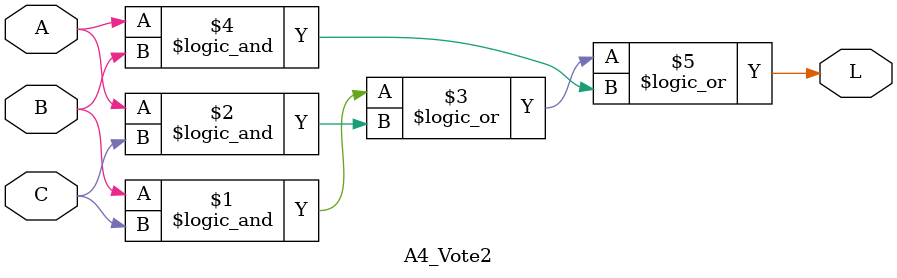
<source format=v>
module A4_Vote2	//模块名A4_Vote2,即模块的开始
(
	//输出端口
	A,B,C,
	//输入端口
	L
);
//---------------------------------------------------------------------------
//--	外部端口声明
//---------------------------------------------------------------------------
input   A;			//模块的输入端口A
input   B;			//模块的输入端口B
input   C;			//模块的输入端口C
output  L;			//模块的输出端口L

//---------------------------------------------------------------------------
//--	逻辑功能实现	
//---------------------------------------------------------------------------
assign L = (B && C) || (A && C) || (A && B);

endmodule			//模块的结束


</source>
